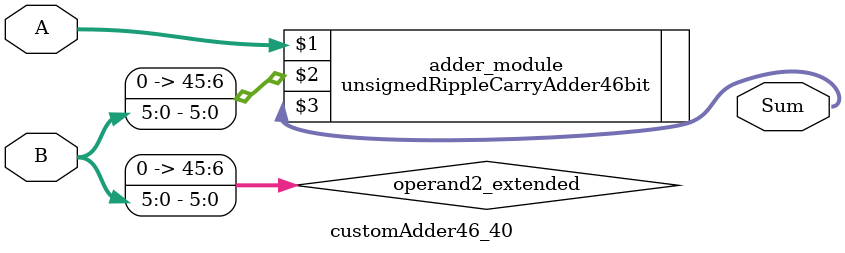
<source format=v>
module customAdder46_40(
                        input [45 : 0] A,
                        input [5 : 0] B,
                        
                        output [46 : 0] Sum
                );

        wire [45 : 0] operand2_extended;
        
        assign operand2_extended =  {40'b0, B};
        
        unsignedRippleCarryAdder46bit adder_module(
            A,
            operand2_extended,
            Sum
        );
        
        endmodule
        
</source>
